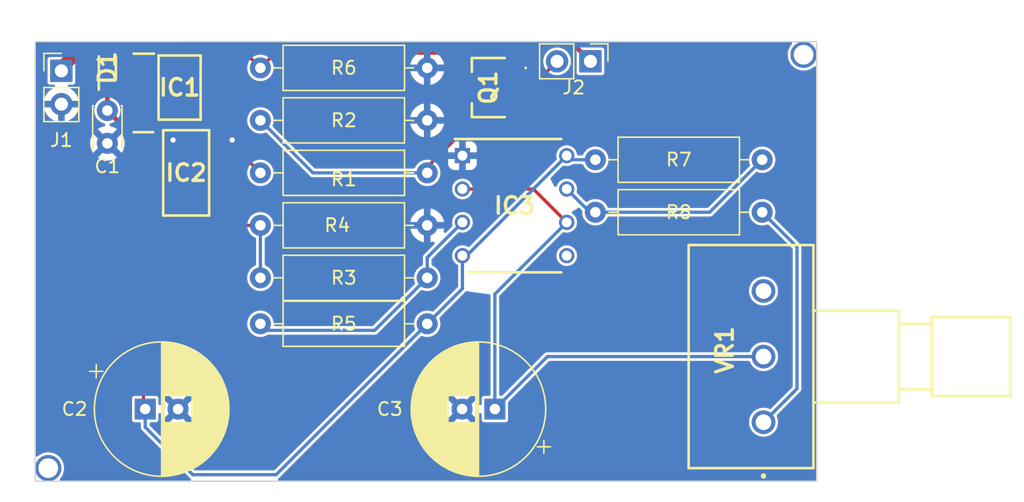
<source format=kicad_pcb>
(kicad_pcb (version 20211014) (generator pcbnew)
  (layers (0 "F.Cu" signal) (31 "B.Cu" signal) (34 "B.Paste" user) (35 "F.Paste" user) (36 "B.SilkS" user "B.Silkscreen") (37 "F.SilkS" user "F.Silkscreen") (38 "B.Mask" user) (39 "F.Mask" user) (44 "Edge.Cuts" user))
  (net 0 "")
  (net 1 "Net-(C1-Pad1)")
  (net 2 "GND")
  (net 3 "Net-(C2-Pad1)")
  (net 4 "Net-(C3-Pad1)")
  (net 5 "Net-(D1-Pad2)")
  (net 7 "Net-(IC1-Pad3)")
  (net 9 "Net-(IC1-Pad6)")
  (net 10 "Net-(IC1-Pad7)")
  (net 12 "Net-(IC3-Pad3)")
  (net 14 "Net-(IC3-Pad7)")
  (net 15 "Net-(J2-Pad2)")
  (net 16 "Net-(Q1-Pad3)")
  (net 17 "Net-(R8-Pad2)")
  (footprint "Capacitor_THT:CP_Radial_D10.0mm_P2.50mm" (layer "F.Cu") (at 79.5 75 180)
    (fp_text reference "C3" (at 8 0) (layer "F.SilkS"))
    (fp_text value "1u")
    (pad "1" thru_hole rect (at 0 0 180) (size 1.6 1.6) (drill 0.8) (layers *.Cu *.Mask) (net 4 "Net-(C3-Pad1)"))
    (pad "2" thru_hole circle (at 2.5 0 180) (size 1.6 1.6) (drill 0.8) (layers *.Cu *.Mask) (net 2 "GND"))
  )
  (footprint "İNDİRİLENLER:BAS30110A" (layer "F.Cu") (at 50 49 90)
    (fp_text reference "D1" (at 0 0 90) (layer "F.SilkS") (effects (font (size 1.27 1.27) (thickness 0.254))))
    (fp_text value "BAS_3010A-03W_E6327" hide)
    (pad "1" smd rect (at -1.138 0 180) (size 0.5 1.05) (layers "F.Cu" "F.Paste" "F.Mask") (net 1 "Net-(C1-Pad1)"))
    (pad "2" smd rect (at 1.138 0 180) (size 0.5 1.05) (layers "F.Cu" "F.Paste" "F.Mask") (net 5 "Net-(D1-Pad2)"))
  )
  (footprint "İNDİRİLENLER:P160KN0QC15B500K" (layer "F.Cu") (at 99.95 76 90)
    (fp_text reference "VR1" (at 5.5 -2.95 90) (layer "F.SilkS") (effects (font (size 1.27 1.27) (thickness 0.254))))
    (fp_text value "P160KN-0QC15B500K" hide)
    (pad "1" thru_hole circle (at 0 0 90) (size 1.8 1.8) (drill 1.2) (layers *.Cu *.Mask) (net 17 "Net-(R8-Pad2)"))
    (pad "2" thru_hole circle (at 5 0 90) (size 1.8 1.8) (drill 1.2) (layers *.Cu *.Mask) (net 4 "Net-(C3-Pad1)"))
    (pad "3" thru_hole circle (at 10 0 90) (size 1.8 1.8) (drill 1.2) (layers *.Cu *.Mask))
  )
  (footprint "Resistor_THT:R_Axial_DIN0309_L9.0mm_D3.2mm_P12.70mm_Horizontal" (layer "F.Cu") (at 61.65 53)
    (fp_text reference "R2" (at 6.35 0) (layer "F.SilkS"))
    (fp_text value "100")
    (pad "1" thru_hole circle (at 0 0) (size 1.6 1.6) (drill 0.8) (layers *.Cu *.Mask) (net 16 "Net-(Q1-Pad3)"))
    (pad "2" thru_hole oval (at 12.7 0) (size 1.6 1.6) (drill 0.8) (layers *.Cu *.Mask) (net 2 "GND"))
  )
  (footprint "Resistor_THT:R_Axial_DIN0309_L9.0mm_D3.2mm_P12.70mm_Horizontal" (layer "F.Cu") (at 61.65 61)
    (fp_text reference "R4" (at 5.85 0) (layer "F.SilkS"))
    (fp_text value "1k")
    (pad "1" thru_hole circle (at 0 0) (size 1.6 1.6) (drill 0.8) (layers *.Cu *.Mask) (net 9 "Net-(IC1-Pad6)"))
    (pad "2" thru_hole oval (at 12.7 0) (size 1.6 1.6) (drill 0.8) (layers *.Cu *.Mask) (net 2 "GND"))
  )
  (footprint "Resistor_THT:R_Axial_DIN0309_L9.0mm_D3.2mm_P12.70mm_Horizontal" (layer "F.Cu") (at 87.15 60)
    (fp_text reference "R8" (at 6.35 0) (layer "F.SilkS"))
    (fp_text value "14k")
    (pad "1" thru_hole circle (at 0 0) (size 1.6 1.6) (drill 0.8) (layers *.Cu *.Mask) (net 14 "Net-(IC3-Pad7)"))
    (pad "2" thru_hole oval (at 12.7 0) (size 1.6 1.6) (drill 0.8) (layers *.Cu *.Mask) (net 17 "Net-(R8-Pad2)"))
  )
  (footprint "Connector_PinHeader_2.54mm:PinHeader_1x02_P2.54mm_Vertical" (layer "F.Cu") (at 46.5 49.225)
    (fp_text reference "J1" (at 0 5.275) (layer "F.SilkS"))
    (fp_text value "Conn_01x02")
    (pad "1" thru_hole rect (at 0 0) (size 1.7 1.7) (drill 1) (layers *.Cu *.Mask) (net 5 "Net-(D1-Pad2)"))
    (pad "2" thru_hole oval (at 0 2.54) (size 1.7 1.7) (drill 1) (layers *.Cu *.Mask) (net 2 "GND"))
  )
  (footprint "Resistor_THT:R_Axial_DIN0309_L9.0mm_D3.2mm_P12.70mm_Horizontal" (layer "F.Cu") (at 61.65 49)
    (fp_text reference "R6" (at 6.35 0) (layer "F.SilkS"))
    (fp_text value "0.42")
    (pad "1" thru_hole circle (at 0 0) (size 1.6 1.6) (drill 0.8) (layers *.Cu *.Mask) (net 7 "Net-(IC1-Pad3)"))
    (pad "2" thru_hole oval (at 12.7 0) (size 1.6 1.6) (drill 0.8) (layers *.Cu *.Mask) (net 2 "GND"))
  )
  (footprint "Capacitor_THT:C_Disc_D3.0mm_W2.0mm_P2.50mm" (layer "F.Cu") (at 50 52.25 -90)
    (fp_text reference "C1" (at 4.25 0 180) (layer "F.SilkS"))
    (fp_text value "47n")
    (pad "1" thru_hole circle (at 0 0 270) (size 1.6 1.6) (drill 0.8) (layers *.Cu *.Mask) (net 1 "Net-(C1-Pad1)"))
    (pad "2" thru_hole circle (at 2.5 0 270) (size 1.6 1.6) (drill 0.8) (layers *.Cu *.Mask) (net 2 "GND"))
  )
  (footprint "Resistor_THT:R_Axial_DIN0309_L9.0mm_D3.2mm_P12.70mm_Horizontal" (layer "F.Cu") (at 74.35 65 180)
    (fp_text reference "R3" (at 6.35 0) (layer "F.SilkS"))
    (fp_text value "1R8k")
    (pad "1" thru_hole circle (at 0 0 180) (size 1.6 1.6) (drill 0.8) (layers *.Cu *.Mask) (net 12 "Net-(IC3-Pad3)"))
    (pad "2" thru_hole oval (at 12.7 0 180) (size 1.6 1.6) (drill 0.8) (layers *.Cu *.Mask) (net 9 "Net-(IC1-Pad6)"))
  )
  (footprint "İNDİRİLENLER:TLD1211SJ" (layer "F.Cu") (at 55.5 50.5)
    (fp_text reference "IC1" (at 0 0) (layer "F.SilkS") (effects (font (size 1.27 1.27) (thickness 0.254))))
    (fp_text value "TLD1211SJFUMA1" hide)
    (pad "1" smd rect (at -2.725 -1.905 90) (size 0.65 1.55) (layers "F.Cu" "F.Paste" "F.Mask"))
    (pad "2" smd rect (at -2.725 -0.635 90) (size 0.65 1.55) (layers "F.Cu" "F.Paste" "F.Mask") (net 1 "Net-(C1-Pad1)"))
    (pad "3" smd rect (at -2.725 0.635 90) (size 0.65 1.55) (layers "F.Cu" "F.Paste" "F.Mask") (net 7 "Net-(IC1-Pad3)"))
    (pad "4" smd rect (at -2.725 1.905 90) (size 0.65 1.55) (layers "F.Cu" "F.Paste" "F.Mask") (net 2 "GND"))
    (pad "5" smd rect (at 2.725 1.905 90) (size 0.65 1.55) (layers "F.Cu" "F.Paste" "F.Mask"))
    (pad "6" smd rect (at 2.725 0.635 90) (size 0.65 1.55) (layers "F.Cu" "F.Paste" "F.Mask") (net 9 "Net-(IC1-Pad6)"))
    (pad "7" smd rect (at 2.725 -0.635 90) (size 0.65 1.55) (layers "F.Cu" "F.Paste" "F.Mask") (net 10 "Net-(IC1-Pad7)"))
    (pad "8" smd rect (at 2.725 -1.905 90) (size 0.65 1.55) (layers "F.Cu" "F.Paste" "F.Mask"))
  )
  (footprint "İNDİRİLENLER:TLE4264" (layer "F.Cu") (at 56 57)
    (fp_text reference "IC2" (at 0 0) (layer "F.SilkS") (effects (font (size 1.27 1.27) (thickness 0.254))))
    (fp_text value "TLE4264G" hide)
    (pad "1" smd rect (at -3.25 -2.3 90) (size 0.9 1.5) (layers "F.Cu" "F.Paste" "F.Mask") (net 1 "Net-(C1-Pad1)"))
    (pad "2" smd rect (at -3.25 0 90) (size 0.9 1.5) (layers "F.Cu" "F.Paste" "F.Mask") (net 2 "GND"))
    (pad "3" smd rect (at -3.25 2.3 90) (size 0.9 1.5) (layers "F.Cu" "F.Paste" "F.Mask") (net 3 "Net-(C2-Pad1)"))
    (pad "4" smd rect (at 3.25 0) (size 1.5 3.2) (layers "F.Cu" "F.Paste" "F.Mask") (net 2 "GND"))
  )
  (footprint "Capacitor_THT:CP_Radial_D10.0mm_P2.50mm" (layer "F.Cu") (at 52.882323 75)
    (fp_text reference "C2" (at -5.382323 0 180) (layer "F.SilkS"))
    (fp_text value "10u")
    (pad "1" thru_hole rect (at 0 0) (size 1.6 1.6) (drill 0.8) (layers *.Cu *.Mask) (net 3 "Net-(C2-Pad1)"))
    (pad "2" thru_hole circle (at 2.5 0) (size 1.6 1.6) (drill 0.8) (layers *.Cu *.Mask) (net 2 "GND"))
  )
  (footprint "İNDİRİLENLER:BCX5516QF" (layer "F.Cu") (at 79 50.5 90)
    (fp_text reference "Q1" (at 0 0 90) (layer "F.SilkS") (effects (font (size 1.27 1.27) (thickness 0.254))))
    (fp_text value "BCX55-16-QF" hide)
    (pad "1" smd rect (at 1.5 1.75 90) (size 0.7 1.1) (layers "F.Cu" "F.Paste" "F.Mask") (net 7 "Net-(IC1-Pad3)"))
    (pad "2" smd rect (at 0 1.4 90) (size 0.7 1.8) (layers "F.Cu" "F.Paste" "F.Mask") (net 15 "Net-(J2-Pad2)"))
    (pad "3" smd rect (at -1.5 1.75 90) (size 0.7 1.1) (layers "F.Cu" "F.Paste" "F.Mask") (net 16 "Net-(Q1-Pad3)"))
    (pad "4" smd rect (at 0 -0.9 90) (size 2 2.8) (layers "F.Cu" "F.Paste" "F.Mask") (net 15 "Net-(J2-Pad2)"))
  )
  (footprint "Resistor_THT:R_Axial_DIN0309_L9.0mm_D3.2mm_P12.70mm_Horizontal" (layer "F.Cu") (at 61.65 57)
    (fp_text reference "R1" (at 6.35 0.5) (layer "F.SilkS"))
    (fp_text value "820")
    (pad "1" thru_hole circle (at 0 0) (size 1.6 1.6) (drill 0.8) (layers *.Cu *.Mask) (net 10 "Net-(IC1-Pad7)"))
    (pad "2" thru_hole oval (at 12.7 0) (size 1.6 1.6) (drill 0.8) (layers *.Cu *.Mask) (net 16 "Net-(Q1-Pad3)"))
  )
  (footprint "Connector_PinHeader_2.54mm:PinHeader_1x02_P2.54mm_Vertical" (layer "F.Cu") (at 86.775 48.5 -90)
    (fp_text reference "J2" (at 2 1.275 180) (layer "F.SilkS"))
    (fp_text value "Conn_01x02")
    (pad "1" thru_hole rect (at 0 0 270) (size 1.7 1.7) (drill 1) (layers *.Cu *.Mask) (net 1 "Net-(C1-Pad1)"))
    (pad "2" thru_hole oval (at 0 2.54 270) (size 1.7 1.7) (drill 1) (layers *.Cu *.Mask) (net 15 "Net-(J2-Pad2)"))
  )
  (footprint "Resistor_THT:R_Axial_DIN0309_L9.0mm_D3.2mm_P12.70mm_Horizontal" (layer "F.Cu") (at 87.15 56)
    (fp_text reference "R7" (at 6.35 0) (layer "F.SilkS"))
    (fp_text value "100")
    (pad "1" thru_hole circle (at 0 0) (size 1.6 1.6) (drill 0.8) (layers *.Cu *.Mask) (net 3 "Net-(C2-Pad1)"))
    (pad "2" thru_hole oval (at 12.7 0) (size 1.6 1.6) (drill 0.8) (layers *.Cu *.Mask) (net 14 "Net-(IC3-Pad7)"))
  )
  (footprint "Resistor_THT:R_Axial_DIN0309_L9.0mm_D3.2mm_P12.70mm_Horizontal" (layer "F.Cu") (at 74.35 68.5 180)
    (fp_text reference "R5" (at 6.35 0) (layer "F.SilkS"))
    (fp_text value "1k")
    (pad "1" thru_hole circle (at 0 0 180) (size 1.6 1.6) (drill 0.8) (layers *.Cu *.Mask) (net 3 "Net-(C2-Pad1)"))
    (pad "2" thru_hole oval (at 12.7 0 180) (size 1.6 1.6) (drill 0.8) (layers *.Cu *.Mask) (net 12 "Net-(IC3-Pad3)"))
  )
  (footprint "İNDİRİLENLER:NE555N-PDIP" (layer "F.Cu") (at 81 59.5)
    (fp_text reference "IC3" (at 0 0) (layer "F.SilkS") (effects (font (size 1.27 1.27) (thickness 0.254))))
    (fp_text value "NE555N" hide)
    (pad "1" thru_hole rect (at -3.97 -3.81) (size 1.16 1.16) (drill 0.76) (layers *.Cu *.Mask) (net 2 "GND"))
    (pad "2" thru_hole circle (at -3.97 -1.27) (size 1.16 1.16) (drill 0.76) (layers *.Cu *.Mask) (net 4 "Net-(C3-Pad1)"))
    (pad "3" thru_hole circle (at -3.97 1.27) (size 1.16 1.16) (drill 0.76) (layers *.Cu *.Mask) (net 12 "Net-(IC3-Pad3)"))
    (pad "4" thru_hole circle (at -3.97 3.81) (size 1.16 1.16) (drill 0.76) (layers *.Cu *.Mask) (net 3 "Net-(C2-Pad1)"))
    (pad "5" thru_hole circle (at 3.97 3.81) (size 1.16 1.16) (drill 0.76) (layers *.Cu *.Mask))
    (pad "6" thru_hole circle (at 3.97 1.27) (size 1.16 1.16) (drill 0.76) (layers *.Cu *.Mask) (net 4 "Net-(C3-Pad1)"))
    (pad "7" thru_hole circle (at 3.97 -1.27) (size 1.16 1.16) (drill 0.76) (layers *.Cu *.Mask) (net 14 "Net-(IC3-Pad7)"))
    (pad "8" thru_hole circle (at 3.97 -3.81) (size 1.16 1.16) (drill 0.76) (layers *.Cu *.Mask) (net 3 "Net-(C2-Pad1)"))
  )
  (gr_rect (start 44.5 47) (end 104 80.5) (layer "Edge.Cuts") (width 0.1) (fill none))
  (via (at 103.0005 47.9995) (size 2) (drill 1.5) (layers "F.Cu" "B.Cu") (net 0))
  (via (at 45.5 79.5) (size 2) (drill 1.5) (layers "F.Cu" "B.Cu") (net 0))
  (segment (start 52.75 54.7) (end 52.45 54.7) (width 0.35) (layer "F.Cu") (net 1))
  (segment (start 53.135 49.865) (end 52.775 49.865) (width 0.35) (layer "F.Cu") (net 1))
  (segment (start 52.775 49.865) (end 50.273 49.865) (width 0.35) (layer "F.Cu") (net 1))
  (segment (start 86.775 48.5) (end 85.4 47.125) (width 0.35) (layer "F.Cu") (net 1))
  (segment (start 50 52.25) (end 50 50.138) (width 0.35) (layer "F.Cu") (net 1))
  (segment (start 50.273 49.865) (end 50 50.138) (width 0.35) (layer "F.Cu") (net 1))
  (segment (start 55.875 47.125) (end 53.135 49.865) (width 0.35) (layer "F.Cu") (net 1))
  (segment (start 52.45 54.7) (end 50 52.25) (width 0.35) (layer "F.Cu") (net 1))
  (segment (start 85.4 47.125) (end 55.875 47.125) (width 0.35) (layer "F.Cu") (net 1))
  (segment (start 52.775 52.405) (end 52.905 52.405) (width 0.25) (layer "F.Cu") (net 2))
  (segment (start 59.5 54.5) (end 59.25 54.75) (width 0.25) (layer "F.Cu") (net 2))
  (segment (start 55 56) (end 55 54.5) (width 0.25) (layer "F.Cu") (net 2))
  (segment (start 52.905 52.405) (end 55 54.5) (width 0.25) (layer "F.Cu") (net 2))
  (segment (start 52.75 57) (end 54 57) (width 0.25) (layer "F.Cu") (net 2))
  (segment (start 54 57) (end 55 56) (width 0.25) (layer "F.Cu") (net 2))
  (segment (start 59.25 54.75) (end 59.25 57) (width 0.25) (layer "F.Cu") (net 2))
  (via (at 59.5 54.5) (size 0.8) (drill 0.4) (layers "F.Cu" "B.Cu") (net 2))
  (via (at 55 54.5) (size 0.8) (drill 0.4) (layers "F.Cu" "B.Cu") (net 2))
  (segment (start 52.75 74.867677) (end 52.882323 75) (width 0.25) (layer "F.Cu") (net 3))
  (segment (start 52.75 59.3) (end 52.75 74.867677) (width 0.25) (layer "F.Cu") (net 3))
  (segment (start 77.35 63.31) (end 77.03 63.31) (width 0.25) (layer "B.Cu") (net 3))
  (segment (start 77.03 63.31) (end 77.03 65.82) (width 0.25) (layer "B.Cu") (net 3))
  (segment (start 84.97 55.69) (end 77.35 63.31) (width 0.25) (layer "B.Cu") (net 3))
  (segment (start 85.28 56) (end 84.97 55.69) (width 0.25) (layer "B.Cu") (net 3))
  (segment (start 56.5 80) (end 52.882323 76.382323) (width 0.25) (layer "B.Cu") (net 3))
  (segment (start 52.882323 76.382323) (end 52.882323 75) (width 0.25) (layer "B.Cu") (net 3))
  (segment (start 62.85 80) (end 56.5 80) (width 0.25) (layer "B.Cu") (net 3))
  (segment (start 77.03 65.82) (end 74.35 68.5) (width 0.25) (layer "B.Cu") (net 3))
  (segment (start 87.15 56) (end 85.28 56) (width 0.25) (layer "B.Cu") (net 3))
  (segment (start 74.35 68.5) (end 62.85 80) (width 0.25) (layer "B.Cu") (net 3))
  (segment (start 77.03 58.23) (end 82.43 58.23) (width 0.25) (layer "F.Cu") (net 4))
  (segment (start 82.43 58.23) (end 84.97 60.77) (width 0.25) (layer "F.Cu") (net 4))
  (segment (start 79.5 75) (end 79.5 66.24) (width 0.25) (layer "B.Cu") (net 4))
  (segment (start 83.5 71) (end 79.5 75) (width 0.25) (layer "B.Cu") (net 4))
  (segment (start 79.5 66.24) (end 84.97 60.77) (width 0.25) (layer "B.Cu") (net 4))
  (segment (start 99.95 71) (end 83.5 71) (width 0.25) (layer "B.Cu") (net 4))
  (segment (start 46.5 49.225) (end 46.5 49) (width 1) (layer "F.Cu") (net 5))
  (segment (start 46.5 49) (end 47.638 47.862) (width 1) (layer "F.Cu") (net 5))
  (segment (start 47.638 47.862) (end 50 47.862) (width 1) (layer "F.Cu") (net 5))
  (segment (start 56.445 47.945) (end 53.255 51.135) (width 0.25) (layer "F.Cu") (net 7))
  (segment (start 61.65 49) (end 60.595 47.945) (width 0.25) (layer "F.Cu") (net 7))
  (segment (start 79.625 47.875) (end 62.775 47.875) (width 0.25) (layer "F.Cu") (net 7))
  (segment (start 53.255 51.135) (end 52.775 51.135) (width 0.25) (layer "F.Cu") (net 7))
  (segment (start 80.75 49) (end 79.625 47.875) (width 0.25) (layer "F.Cu") (net 7))
  (segment (start 60.595 47.945) (end 56.445 47.945) (width 0.25) (layer "F.Cu") (net 7))
  (segment (start 62.775 47.875) (end 61.65 49) (width 0.25) (layer "F.Cu") (net 7))
  (segment (start 59 61) (end 61.65 61) (width 0.25) (layer "F.Cu") (net 9))
  (segment (start 58.225 51.135) (end 57.745 51.135) (width 0.25) (layer "F.Cu") (net 9))
  (segment (start 57.745 51.135) (end 57.125 51.755) (width 0.25) (layer "F.Cu") (net 9))
  (segment (start 57.125 59.125) (end 59 61) (width 0.25) (layer "F.Cu") (net 9))
  (segment (start 57.125 51.755) (end 57.125 59.125) (width 0.25) (layer "F.Cu") (net 9))
  (segment (start 61.65 61) (end 61.65 65) (width 0.25) (layer "B.Cu") (net 9))
  (segment (start 61.65 57) (end 61.65 56.58) (width 0.25) (layer "F.Cu") (net 10))
  (segment (start 60.5 55.85) (end 61.65 57) (width 0.25) (layer "F.Cu") (net 10))
  (segment (start 60.5 51.69) (end 60.5 55.85) (width 0.25) (layer "F.Cu") (net 10))
  (segment (start 58.675 49.865) (end 60.5 51.69) (width 0.25) (layer "F.Cu") (net 10))
  (segment (start 58.225 49.865) (end 58.675 49.865) (width 0.25) (layer "F.Cu") (net 10))
  (segment (start 70.35 69) (end 74.35 65) (width 0.25) (layer "B.Cu") (net 12))
  (segment (start 77.03 60.77) (end 74.35 63.45) (width 0.25) (layer "B.Cu") (net 12))
  (segment (start 74.35 63.45) (end 74.35 65) (width 0.25) (layer "B.Cu") (net 12))
  (segment (start 61.65 69) (end 70.35 69) (width 0.25) (layer "B.Cu") (net 12))
  (segment (start 87.15 60) (end 95.85 60) (width 0.25) (layer "B.Cu") (net 14))
  (segment (start 84.97 58.23) (end 86.74 60) (width 0.25) (layer "B.Cu") (net 14))
  (segment (start 95.85 60) (end 99.85 56) (width 0.25) (layer "B.Cu") (net 14))
  (segment (start 86.74 60) (end 87.15 60) (width 0.25) (layer "B.Cu") (net 14))
  (segment (start 82.235 50.5) (end 80.4 50.5) (width 0.25) (layer "F.Cu") (net 15))
  (segment (start 84.235 48.5) (end 82.235 50.5) (width 0.25) (layer "F.Cu") (net 15))
  (segment (start 74.35 56.56) (end 74.35 57) (width 0.25) (layer "F.Cu") (net 16))
  (segment (start 78.91 52) (end 74.35 56.56) (width 0.25) (layer "F.Cu") (net 16))
  (segment (start 80.75 52) (end 78.91 52) (width 0.25) (layer "F.Cu") (net 16))
  (segment (start 65.65 57) (end 74.35 57) (width 0.25) (layer "B.Cu") (net 16))
  (segment (start 61.65 53) (end 65.65 57) (width 0.25) (layer "B.Cu") (net 16))
  (segment (start 102.5 62.65) (end 99.85 60) (width 0.25) (layer "B.Cu") (net 17))
  (segment (start 99.95 76) (end 102.5 73.45) (width 0.25) (layer "B.Cu") (net 17))
  (segment (start 102.5 73.45) (end 102.5 62.65) (width 0.25) (layer "B.Cu") (net 17))
  (zone (net 2) (net_name "GND") (layer "B.Cu") (connect_pads (clearance 0)) (min_thickness 0.254) (fill yes (thermal_gap 0.508) (thermal_bridge_width 0.508))
    (polygon (pts (xy 104 80.5) (xy 44.5 80.5) (xy 44.5 47) (xy 104 47)))
  )
)
</source>
